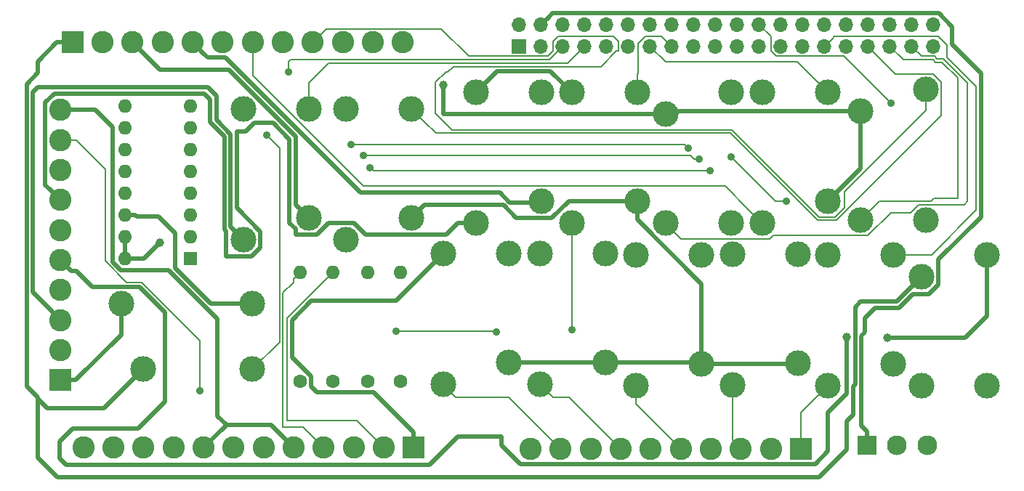
<source format=gtl>
G04 #@! TF.GenerationSoftware,KiCad,Pcbnew,(5.1.5)-3*
G04 #@! TF.CreationDate,2020-02-21T15:06:44+08:00*
G04 #@! TF.ProjectId,Test,54657374-2e6b-4696-9361-645f70636258,rev?*
G04 #@! TF.SameCoordinates,Original*
G04 #@! TF.FileFunction,Copper,L1,Top*
G04 #@! TF.FilePolarity,Positive*
%FSLAX46Y46*%
G04 Gerber Fmt 4.6, Leading zero omitted, Abs format (unit mm)*
G04 Created by KiCad (PCBNEW (5.1.5)-3) date 2020-02-21 15:06:44*
%MOMM*%
%LPD*%
G04 APERTURE LIST*
%ADD10C,2.600000*%
%ADD11R,2.600000X2.600000*%
%ADD12C,3.000000*%
%ADD13R,1.700000X1.700000*%
%ADD14O,1.700000X1.700000*%
%ADD15O,1.600000X1.600000*%
%ADD16R,1.600000X1.600000*%
%ADD17C,1.600000*%
%ADD18C,2.300000*%
%ADD19R,2.300000X2.300000*%
%ADD20C,1.000000*%
%ADD21C,0.900000*%
%ADD22C,0.500000*%
%ADD23C,0.200000*%
G04 APERTURE END LIST*
D10*
X194812000Y-98311000D03*
X191312000Y-98311000D03*
X187812000Y-98311000D03*
X184312000Y-98311000D03*
X180812000Y-98311000D03*
X177312000Y-98311000D03*
X173812000Y-98311000D03*
X170312000Y-98311000D03*
X166812000Y-98311000D03*
X163312000Y-98311000D03*
X159812000Y-98311000D03*
D11*
X156312000Y-98311000D03*
D12*
X262865000Y-123076000D03*
X255245000Y-125616000D03*
X262865000Y-138316000D03*
X255245000Y-138316000D03*
D13*
X208370000Y-98770000D03*
D14*
X208370000Y-96230000D03*
X210910000Y-98770000D03*
X210910000Y-96230000D03*
X213450000Y-98770000D03*
X213450000Y-96230000D03*
X215990000Y-98770000D03*
X215990000Y-96230000D03*
X218530000Y-98770000D03*
X218530000Y-96230000D03*
X221070000Y-98770000D03*
X221070000Y-96230000D03*
X223610000Y-98770000D03*
X223610000Y-96230000D03*
X226150000Y-98770000D03*
X226150000Y-96230000D03*
X228690000Y-98770000D03*
X228690000Y-96230000D03*
X231230000Y-98770000D03*
X231230000Y-96230000D03*
X233770000Y-98770000D03*
X233770000Y-96230000D03*
X236310000Y-98770000D03*
X236310000Y-96230000D03*
X238850000Y-98770000D03*
X238850000Y-96230000D03*
X241390000Y-98770000D03*
X241390000Y-96230000D03*
X243930000Y-98770000D03*
X243930000Y-96230000D03*
X246470000Y-98770000D03*
X246470000Y-96230000D03*
X249010000Y-98770000D03*
X249010000Y-96230000D03*
X251550000Y-98770000D03*
X251550000Y-96230000D03*
X254090000Y-98770000D03*
X254090000Y-96230000D03*
X256630000Y-98770000D03*
X256630000Y-96230000D03*
D15*
X162471500Y-123520500D03*
X170091500Y-105740500D03*
X162471500Y-120980500D03*
X170091500Y-108280500D03*
X162471500Y-118440500D03*
X170091500Y-110820500D03*
X162471500Y-115900500D03*
X170091500Y-113360500D03*
X162471500Y-113360500D03*
X170091500Y-115900500D03*
X162471500Y-110820500D03*
X170091500Y-118440500D03*
X162471500Y-108280500D03*
X170091500Y-120980500D03*
X162471500Y-105740500D03*
D16*
X170091500Y-123520500D03*
D15*
X194539000Y-125108000D03*
D17*
X194539000Y-137808000D03*
D15*
X190729000Y-125108000D03*
D17*
X190729000Y-137808000D03*
D12*
X176251000Y-121298000D03*
X183871000Y-118758000D03*
X176251000Y-106058000D03*
X183871000Y-106058000D03*
X199492000Y-138189000D03*
X207112000Y-135649000D03*
X199492000Y-122949000D03*
X207112000Y-122949000D03*
X221971000Y-138316000D03*
X229591000Y-135776000D03*
X221971000Y-123076000D03*
X229591000Y-123076000D03*
X210795000Y-138189000D03*
X218415000Y-135649000D03*
X210795000Y-122949000D03*
X218415000Y-122949000D03*
X233020000Y-104153000D03*
X225400000Y-106693000D03*
X233020000Y-119393000D03*
X225400000Y-119393000D03*
X255753000Y-103772000D03*
X248133000Y-106312000D03*
X255753000Y-119012000D03*
X248133000Y-119012000D03*
X188189000Y-121298000D03*
X195809000Y-118758000D03*
X188189000Y-106058000D03*
X195809000Y-106058000D03*
X233183000Y-138257000D03*
X240803000Y-135717000D03*
X233183000Y-123017000D03*
X240803000Y-123017000D03*
X244323000Y-138316000D03*
X251943000Y-135776000D03*
X244323000Y-123076000D03*
X251943000Y-123076000D03*
X214478000Y-119393000D03*
X222098000Y-116853000D03*
X214478000Y-104153000D03*
X222098000Y-104153000D03*
X236703000Y-119393000D03*
X244323000Y-116853000D03*
X236703000Y-104153000D03*
X244323000Y-104153000D03*
X203302000Y-119393000D03*
X210922000Y-116853000D03*
X203302000Y-104153000D03*
X210922000Y-104153000D03*
X162027000Y-128791000D03*
X164567000Y-136411000D03*
X177267000Y-128791000D03*
X177267000Y-136411000D03*
D10*
X157593000Y-145555000D03*
X161093000Y-145555000D03*
X164593000Y-145555000D03*
X168093000Y-145555000D03*
X171593000Y-145555000D03*
X175093000Y-145555000D03*
X178593000Y-145555000D03*
X182093000Y-145555000D03*
X185593000Y-145555000D03*
X189093000Y-145555000D03*
X192593000Y-145555000D03*
D11*
X196093000Y-145555000D03*
D10*
X209678000Y-145682000D03*
X213178000Y-145682000D03*
X216678000Y-145682000D03*
X220178000Y-145682000D03*
X223678000Y-145682000D03*
X227178000Y-145682000D03*
X230678000Y-145682000D03*
X234178000Y-145682000D03*
X237678000Y-145682000D03*
D11*
X241178000Y-145682000D03*
D10*
X154915000Y-106181000D03*
X154915000Y-109681000D03*
X154915000Y-113181000D03*
X154915000Y-116681000D03*
X154915000Y-120181000D03*
X154915000Y-123681000D03*
X154915000Y-127181000D03*
X154915000Y-130681000D03*
X154915000Y-134181000D03*
D11*
X154915000Y-137681000D03*
D15*
X186665000Y-125108000D03*
D17*
X186665000Y-137808000D03*
D15*
X182855000Y-125108000D03*
D17*
X182855000Y-137808000D03*
D18*
X255895000Y-145301000D03*
X252395000Y-145301000D03*
D19*
X248895000Y-145301000D03*
D20*
X166472000Y-121679000D03*
D21*
X178918000Y-109106000D03*
X181458000Y-101740000D03*
X228067000Y-110630000D03*
X188755001Y-110180001D03*
X229337000Y-111900000D03*
X190221000Y-111519000D03*
X230607000Y-113297000D03*
X190983000Y-112916000D03*
X251689000Y-105423000D03*
X205715000Y-132093000D03*
X194031000Y-131966000D03*
D20*
X199492000Y-103264000D03*
X246545500Y-132664500D03*
X251244500Y-132728000D03*
D21*
X171171000Y-138951000D03*
X233020000Y-111646000D03*
X239497000Y-116853000D03*
X214478000Y-131839000D03*
D22*
X162471500Y-120980500D02*
X162471500Y-123520500D01*
X162471500Y-123520500D02*
X164630500Y-123520500D01*
X164630500Y-123520500D02*
X166472000Y-121679000D01*
X166472000Y-121679000D02*
X166472000Y-121679000D01*
X212210001Y-94929999D02*
X211759999Y-95380001D01*
X211759999Y-95380001D02*
X210910000Y-96230000D01*
X258801000Y-96476998D02*
X257254001Y-94929999D01*
X258801000Y-98565000D02*
X258801000Y-96476998D01*
X262145010Y-101909010D02*
X258801000Y-98565000D01*
X248198010Y-132535990D02*
X248641000Y-132093000D01*
X248895000Y-143651000D02*
X248198010Y-142954010D01*
X248198010Y-142954010D02*
X248198010Y-132535990D01*
X248895000Y-145301000D02*
X248895000Y-143651000D01*
X248641000Y-132093000D02*
X248641000Y-130442000D01*
X254202963Y-127648000D02*
X256099002Y-127648000D01*
X248641000Y-130442000D02*
X249845990Y-129237010D01*
X262145010Y-118662519D02*
X262145010Y-101909010D01*
X257195001Y-123612528D02*
X262145010Y-118662519D01*
X249845990Y-129237010D02*
X252613953Y-129237010D01*
X252613953Y-129237010D02*
X254202963Y-127648000D01*
X257195001Y-126552001D02*
X257195001Y-123612528D01*
X257254001Y-94929999D02*
X212210001Y-94929999D01*
X256099002Y-127648000D02*
X257195001Y-126552001D01*
X163602870Y-118440500D02*
X163793370Y-118631000D01*
X162471500Y-118440500D02*
X163602870Y-118440500D01*
X163793370Y-118631000D02*
X166345000Y-118631000D01*
X166345000Y-118631000D02*
X168250000Y-120536000D01*
X168250000Y-120536000D02*
X168250000Y-124600000D01*
X172441000Y-128791000D02*
X177267000Y-128791000D01*
X168250000Y-124600000D02*
X172441000Y-128791000D01*
X177267000Y-128791000D02*
X177267000Y-128664000D01*
X214478000Y-104153000D02*
X211995041Y-101670041D01*
X205784959Y-101670041D02*
X203302000Y-104153000D01*
X211995041Y-101670041D02*
X205784959Y-101670041D01*
X196093000Y-143755000D02*
X196093000Y-145555000D01*
X184105001Y-138408001D02*
X184755001Y-139058001D01*
X184105001Y-137207999D02*
X184105001Y-138408001D01*
X199492000Y-122949000D02*
X194031000Y-128410000D01*
X184755001Y-139058001D02*
X191396001Y-139058001D01*
X194031000Y-128410000D02*
X184140830Y-128410000D01*
X181881010Y-130669820D02*
X181881010Y-134984008D01*
X184140830Y-128410000D02*
X181881010Y-130669820D01*
X191396001Y-139058001D02*
X196093000Y-143755000D01*
X181881010Y-134984008D02*
X184105001Y-137207999D01*
D23*
X261595000Y-117869000D02*
X261595000Y-103460302D01*
X251943000Y-123076000D02*
X256388000Y-123076000D01*
X256388000Y-123076000D02*
X261595000Y-117869000D01*
X261595000Y-103460302D02*
X258194849Y-100060151D01*
X244779999Y-97920001D02*
X243930000Y-98770000D01*
X257182001Y-97619999D02*
X245080001Y-97619999D01*
X258194849Y-98632847D02*
X257182001Y-97619999D01*
X245080001Y-97619999D02*
X244779999Y-97920001D01*
X258194849Y-100060151D02*
X258194849Y-98632847D01*
X227200001Y-121193001D02*
X225400000Y-119393000D01*
X237567001Y-121193001D02*
X227200001Y-121193001D01*
X237948001Y-120812001D02*
X237567001Y-121193001D01*
X251661003Y-118147999D02*
X248997001Y-120812001D01*
X255240001Y-99920001D02*
X256727001Y-99920001D01*
X254090000Y-98770000D02*
X255240001Y-99920001D01*
X257780001Y-100211001D02*
X260579000Y-103010000D01*
X260217003Y-117211999D02*
X254888999Y-117211999D01*
X257018001Y-100211001D02*
X257780001Y-100211001D01*
X260579000Y-103010000D02*
X260579000Y-116850002D01*
X248997001Y-120812001D02*
X237948001Y-120812001D01*
X256727001Y-99920001D02*
X257018001Y-100211001D01*
X253952999Y-118147999D02*
X251661003Y-118147999D01*
X260579000Y-116850002D02*
X260217003Y-117211999D01*
X254888999Y-117211999D02*
X253952999Y-118147999D01*
X181458000Y-100597000D02*
X181458000Y-101740000D01*
X181458000Y-101740000D02*
X181458000Y-101740000D01*
X180442000Y-133236000D02*
X177267000Y-136411000D01*
X180442000Y-121171000D02*
X180442000Y-133236000D01*
X181734989Y-100320011D02*
X181458000Y-100597000D01*
X211899989Y-100320011D02*
X181734989Y-100320011D01*
X213450000Y-98770000D02*
X211899989Y-100320011D01*
X180442000Y-121171000D02*
X180442000Y-110630000D01*
X180442000Y-110630000D02*
X178918000Y-109106000D01*
X178918000Y-109106000D02*
X178918000Y-109106000D01*
X181458000Y-101740000D02*
X181458000Y-101740000D01*
X214039979Y-100720021D02*
X200511979Y-100720021D01*
X215990000Y-98770000D02*
X214039979Y-100720021D01*
X186157000Y-100724000D02*
X183871000Y-103010000D01*
X183871000Y-103010000D02*
X183871000Y-106058000D01*
X200511979Y-100720021D02*
X200508000Y-100724000D01*
X200508000Y-100724000D02*
X186157000Y-100724000D01*
X223610000Y-98770000D02*
X225437000Y-100597000D01*
X240767000Y-100597000D02*
X244323000Y-104153000D01*
X225437000Y-100597000D02*
X240767000Y-100597000D01*
X226150000Y-98770000D02*
X226150000Y-98807000D01*
X222098000Y-102031680D02*
X222098000Y-104153000D01*
X222220001Y-101909679D02*
X222098000Y-102031680D01*
X222220001Y-98457997D02*
X222220001Y-101909679D01*
X223057999Y-97619999D02*
X222220001Y-98457997D01*
X224962999Y-97619999D02*
X223057999Y-97619999D01*
X226150000Y-98807000D02*
X224962999Y-97619999D01*
X227617001Y-110180001D02*
X188755001Y-110180001D01*
X228067000Y-110630000D02*
X227617001Y-110180001D01*
X188755001Y-110180001D02*
X188755001Y-110180001D01*
X228700604Y-111900000D02*
X228319604Y-111519000D01*
X229337000Y-111900000D02*
X228700604Y-111900000D01*
X228319604Y-111519000D02*
X190221000Y-111519000D01*
X190221000Y-111519000D02*
X190221000Y-111519000D01*
X230607000Y-113297000D02*
X191364000Y-113297000D01*
X191364000Y-113297000D02*
X190983000Y-112916000D01*
X190983000Y-112916000D02*
X190983000Y-112916000D01*
X238297999Y-99920001D02*
X246186001Y-99920001D01*
X237699999Y-99322001D02*
X238297999Y-99920001D01*
X236310000Y-96230000D02*
X237699999Y-97619999D01*
X237699999Y-97619999D02*
X237699999Y-99322001D01*
X246186001Y-99920001D02*
X251689000Y-105423000D01*
X251689000Y-105423000D02*
X251689000Y-105423000D01*
X205588000Y-131966000D02*
X205715000Y-132093000D01*
X194031000Y-131966000D02*
X205588000Y-131966000D01*
X197308999Y-107557999D02*
X195809000Y-106058000D01*
X243163312Y-119053011D02*
X233003312Y-108893011D01*
X245352690Y-119053011D02*
X243163312Y-119053011D01*
X257553001Y-106852700D02*
X245352690Y-119053011D01*
X257553001Y-102907999D02*
X257553001Y-106852700D01*
X233003312Y-108893011D02*
X198644011Y-108893011D01*
X256617001Y-101971999D02*
X257553001Y-102907999D01*
X252211999Y-101971999D02*
X256617001Y-101971999D01*
X198644011Y-108893011D02*
X197308999Y-107557999D01*
X249010000Y-98770000D02*
X252211999Y-101971999D01*
X256302011Y-116811989D02*
X250333011Y-116811989D01*
X256642000Y-116472000D02*
X256302011Y-116811989D01*
X259436000Y-116472000D02*
X256642000Y-116472000D01*
X250333011Y-116811989D02*
X249933001Y-117211999D01*
X259436000Y-102432698D02*
X259436000Y-116472000D01*
X251550000Y-98770000D02*
X253100011Y-100320011D01*
X249933001Y-117211999D02*
X248133000Y-119012000D01*
X256852312Y-100611011D02*
X257614313Y-100611011D01*
X256561312Y-100320011D02*
X256852312Y-100611011D01*
X253100011Y-100320011D02*
X256561312Y-100320011D01*
X257614313Y-100611011D02*
X259436000Y-102432698D01*
D22*
X182093000Y-145555000D02*
X179426000Y-142888000D01*
X174260000Y-142888000D02*
X171593000Y-145555000D01*
X179426000Y-142888000D02*
X174260000Y-142888000D01*
X154915000Y-106181000D02*
X158975000Y-106181000D01*
X158975000Y-106181000D02*
X161011000Y-108217000D01*
X161011000Y-123910002D02*
X161954998Y-124854000D01*
X161011000Y-108217000D02*
X161011000Y-123910002D01*
X167514038Y-124854000D02*
X173229038Y-130569000D01*
X161954998Y-124854000D02*
X167514038Y-124854000D01*
X173229038Y-141857038D02*
X174260000Y-142888000D01*
X173229038Y-130569000D02*
X173229038Y-141857038D01*
D23*
X182055001Y-126288999D02*
X180842010Y-127501990D01*
X182855000Y-125108000D02*
X182055001Y-125907999D01*
X182055001Y-125907999D02*
X182055001Y-126288999D01*
X180842010Y-127501990D02*
X180842010Y-143161010D01*
X183199010Y-143161010D02*
X185593000Y-145555000D01*
X180842010Y-143161010D02*
X183199010Y-143161010D01*
X186665000Y-125108000D02*
X181331000Y-130442000D01*
X181331000Y-130442000D02*
X181331000Y-142380000D01*
X189418000Y-142380000D02*
X192593000Y-145555000D01*
X181331000Y-142380000D02*
X189418000Y-142380000D01*
D22*
X209233320Y-135649000D02*
X218415000Y-135649000D01*
X207112000Y-135649000D02*
X209233320Y-135649000D01*
X229464000Y-135649000D02*
X229591000Y-135776000D01*
X218415000Y-135649000D02*
X229464000Y-135649000D01*
X240744000Y-135776000D02*
X240803000Y-135717000D01*
X229591000Y-135776000D02*
X240744000Y-135776000D01*
X251884000Y-135717000D02*
X251943000Y-135776000D01*
X248133000Y-113043000D02*
X244323000Y-116853000D01*
X248133000Y-106312000D02*
X248133000Y-113043000D01*
X225781000Y-106312000D02*
X225400000Y-106693000D01*
X248133000Y-106312000D02*
X225781000Y-106312000D01*
X229591000Y-133654680D02*
X229591000Y-135776000D01*
X229591000Y-126467320D02*
X229591000Y-133654680D01*
X222098000Y-118974320D02*
X229591000Y-126467320D01*
X222098000Y-116853000D02*
X222098000Y-118974320D01*
X219976680Y-116853000D02*
X222098000Y-116853000D01*
X214131998Y-116853000D02*
X219976680Y-116853000D01*
X212181997Y-118803001D02*
X214131998Y-116853000D01*
X208072039Y-118803001D02*
X212181997Y-118803001D01*
X197308999Y-117258001D02*
X206527039Y-117258001D01*
X195809000Y-118758000D02*
X197308999Y-117258001D01*
X225400000Y-106693000D02*
X223278680Y-106693000D01*
X223278680Y-106693000D02*
X199492000Y-106693000D01*
X199492000Y-106693000D02*
X199492000Y-103264000D01*
X199492000Y-103264000D02*
X199492000Y-103264000D01*
X208001000Y-118758000D02*
X208072039Y-118803001D01*
X206527039Y-117258001D02*
X208001000Y-118758000D01*
X210922000Y-116980000D02*
X207239000Y-116980000D01*
X210922000Y-116853000D02*
X210922000Y-116980000D01*
X207239000Y-116980000D02*
X206096000Y-115837000D01*
X171611999Y-99610999D02*
X170312000Y-98311000D01*
X172062001Y-100061001D02*
X171611999Y-99610999D01*
X189905965Y-115837000D02*
X174129966Y-100061001D01*
X174129966Y-100061001D02*
X172062001Y-100061001D01*
X206096000Y-115837000D02*
X189905965Y-115837000D01*
X154512000Y-98311000D02*
X156312000Y-98311000D01*
X164567000Y-136411000D02*
X159995000Y-140983000D01*
X159995000Y-140983000D02*
X153391000Y-140983000D01*
X153391000Y-140983000D02*
X152248000Y-139840000D01*
X152248000Y-100575000D02*
X154512000Y-98311000D01*
X183871000Y-118758000D02*
X182371001Y-117258001D01*
X182371001Y-109291999D02*
X174565002Y-101486000D01*
X182371001Y-117258001D02*
X182371001Y-109291999D01*
X166487000Y-101486000D02*
X163312000Y-98311000D01*
X174565002Y-101486000D02*
X166487000Y-101486000D01*
X159995000Y-140983000D02*
X158915500Y-140983000D01*
X152248000Y-146698000D02*
X152248000Y-139840000D01*
X247245510Y-138441490D02*
X247245510Y-141743490D01*
X252324000Y-128537000D02*
X248133000Y-128537000D01*
X247498000Y-138189000D02*
X247245510Y-138441490D01*
X247498000Y-129172000D02*
X247498000Y-138189000D01*
X154534000Y-148984000D02*
X152248000Y-146698000D01*
X255245000Y-125616000D02*
X252324000Y-128537000D01*
X248133000Y-128537000D02*
X247498000Y-129172000D01*
X247245510Y-141743490D02*
X246545500Y-142443500D01*
X246545500Y-142443500D02*
X246545500Y-145745500D01*
X246545500Y-145745500D02*
X243307000Y-148984000D01*
X243307000Y-148984000D02*
X154534000Y-148984000D01*
X152248000Y-101867000D02*
X150970010Y-103144990D01*
X152248000Y-100575000D02*
X152248000Y-101867000D01*
X150970010Y-103144990D02*
X150970010Y-138435010D01*
X152248000Y-139713000D02*
X152248000Y-139840000D01*
X150970010Y-138435010D02*
X152248000Y-139713000D01*
D23*
X218878001Y-144382001D02*
X220178000Y-145682000D01*
X214184999Y-139688999D02*
X218878001Y-144382001D01*
X212294999Y-139688999D02*
X214184999Y-139688999D01*
X210795000Y-138189000D02*
X212294999Y-139688999D01*
D22*
X153164999Y-114930999D02*
X153615001Y-115381001D01*
X153164999Y-105340999D02*
X153164999Y-114930999D01*
X154225998Y-104280000D02*
X153164999Y-105340999D01*
X171679000Y-104280000D02*
X154225998Y-104280000D01*
X172375992Y-104976992D02*
X171679000Y-104280000D01*
X172375992Y-107617954D02*
X172375992Y-104976992D01*
X174050991Y-109292953D02*
X172375992Y-107617954D01*
X182300965Y-120073967D02*
X181585000Y-119358002D01*
X181585000Y-119358002D02*
X181585000Y-109614000D01*
X182300965Y-120708001D02*
X182300965Y-120073967D01*
X175451011Y-108762989D02*
X175451011Y-117612009D01*
X184807001Y-120708001D02*
X182300965Y-120708001D01*
X153615001Y-115381001D02*
X154915000Y-116681000D01*
X174209003Y-123248001D02*
X174209003Y-120245966D01*
X186167003Y-119347999D02*
X184807001Y-120708001D01*
X201180680Y-119393000D02*
X199865679Y-120708001D01*
X178201001Y-122234001D02*
X177187001Y-123248001D01*
X181585000Y-109614000D02*
X179680000Y-107709000D01*
X175451011Y-117612009D02*
X178201001Y-120361999D01*
X199865679Y-120708001D02*
X190485003Y-120708001D01*
X174209003Y-120245966D02*
X174050991Y-120087954D01*
X190485003Y-120708001D02*
X189125001Y-119347999D01*
X189125001Y-119347999D02*
X186167003Y-119347999D01*
X175500952Y-108713048D02*
X175451011Y-108762989D01*
X203302000Y-119393000D02*
X201180680Y-119393000D01*
X179680000Y-107709000D02*
X177486002Y-107709000D01*
X177486002Y-107709000D02*
X176481954Y-108713048D01*
X176481954Y-108713048D02*
X175500952Y-108713048D01*
X178201001Y-120361999D02*
X178201001Y-122234001D01*
X177187001Y-123248001D02*
X174209003Y-123248001D01*
X174050991Y-120087954D02*
X174050991Y-109292953D01*
X156214999Y-124980999D02*
X156756499Y-124980999D01*
X154915000Y-123681000D02*
X156214999Y-124980999D01*
X158616499Y-126840999D02*
X164140999Y-126840999D01*
X156756499Y-124980999D02*
X158616499Y-126840999D01*
X164140999Y-126840999D02*
X167107000Y-129807000D01*
X167107000Y-129807000D02*
X167107000Y-140221000D01*
X167107000Y-140221000D02*
X163995500Y-143332500D01*
X163995500Y-143332500D02*
X156375500Y-143332500D01*
X156375500Y-143332500D02*
X154851500Y-144856500D01*
X154851500Y-144856500D02*
X154851500Y-146825000D01*
X154851500Y-146825000D02*
X155550000Y-147523500D01*
X155550000Y-147523500D02*
X197904500Y-147523500D01*
X197904500Y-147523500D02*
X201206500Y-144221500D01*
X201206500Y-144221500D02*
X206286500Y-144221500D01*
X206286500Y-144221500D02*
X206286500Y-145237500D01*
X206286500Y-145237500D02*
X208481001Y-147432001D01*
X242838001Y-147432001D02*
X244323000Y-145947002D01*
X208481001Y-147432001D02*
X242838001Y-147432001D01*
X244323000Y-145947002D02*
X244323000Y-141491000D01*
X244323000Y-141491000D02*
X246545500Y-139268500D01*
X246545500Y-139268500D02*
X246545500Y-132664500D01*
X246545500Y-132664500D02*
X246545500Y-132664500D01*
X251244500Y-132728000D02*
X251244500Y-132728000D01*
X262865000Y-130188000D02*
X262865000Y-123076000D01*
X251244500Y-132728000D02*
X260325000Y-132728000D01*
X260325000Y-132728000D02*
X262865000Y-130188000D01*
X151670020Y-127436020D02*
X153615001Y-129381001D01*
X153615001Y-129381001D02*
X154915000Y-130681000D01*
X151670020Y-104095980D02*
X151670020Y-127436020D01*
X172060000Y-103518000D02*
X152248000Y-103518000D01*
X174751001Y-119798001D02*
X174751001Y-109003001D01*
X173076000Y-107328000D02*
X173076000Y-104534000D01*
X176251000Y-121298000D02*
X174751001Y-119798001D01*
X174751001Y-109003001D02*
X173076000Y-107328000D01*
X173076000Y-104534000D02*
X172060000Y-103518000D01*
X152248000Y-103518000D02*
X151670020Y-104095980D01*
X162027000Y-132369000D02*
X162027000Y-130912320D01*
X156715000Y-137681000D02*
X162027000Y-132369000D01*
X162027000Y-130912320D02*
X162027000Y-128791000D01*
X154915000Y-137681000D02*
X156715000Y-137681000D01*
D23*
X156753477Y-109681000D02*
X160122000Y-113049523D01*
X154915000Y-109681000D02*
X156753477Y-109681000D01*
X162614157Y-126290989D02*
X164368820Y-126290989D01*
X164368820Y-126290989D02*
X171171000Y-133093169D01*
X160122000Y-113049523D02*
X160122000Y-123798832D01*
X160122000Y-123798832D02*
X162614157Y-126290989D01*
X171171000Y-133093169D02*
X171171000Y-138951000D01*
X171171000Y-138951000D02*
X171171000Y-138951000D01*
X238227000Y-116853000D02*
X233020000Y-111646000D01*
X239497000Y-116853000D02*
X238227000Y-116853000D01*
X200514170Y-108493001D02*
X198691999Y-106670830D01*
X255753000Y-105893320D02*
X255753000Y-103772000D01*
X246228000Y-115725830D02*
X255753000Y-106200830D01*
X200514170Y-108493001D02*
X233169001Y-108493001D01*
X233169001Y-108493001D02*
X243329001Y-118653001D01*
X255753000Y-106200830D02*
X255753000Y-105893320D01*
X243329001Y-118653001D02*
X245187001Y-118653001D01*
X245187001Y-118653001D02*
X246228000Y-117612002D01*
X246228000Y-117612002D02*
X246228000Y-115725830D01*
X199828008Y-101743990D02*
X198603000Y-102968998D01*
X200053709Y-101743990D02*
X199828008Y-101743990D01*
X200677668Y-101120031D02*
X200053709Y-101743990D01*
X198603000Y-106581831D02*
X200514170Y-108493001D01*
X217881971Y-101120031D02*
X200677668Y-101120031D01*
X202498001Y-99920001D02*
X211701999Y-99920001D01*
X199288999Y-96710999D02*
X202498001Y-99920001D01*
X212299999Y-98217999D02*
X212897999Y-97619999D01*
X185912001Y-96710999D02*
X199288999Y-96710999D01*
X219680001Y-99322001D02*
X217881971Y-101120031D01*
X211701999Y-99920001D02*
X212299999Y-99322001D01*
X219919999Y-99322001D02*
X219680001Y-99322001D01*
X184312000Y-98311000D02*
X185912001Y-96710999D01*
X212299999Y-99322001D02*
X212299999Y-98217999D01*
X212897999Y-97619999D02*
X219321999Y-97619999D01*
X198603000Y-102968998D02*
X198603000Y-106581831D01*
X219321999Y-97619999D02*
X219919999Y-98217999D01*
X219919999Y-98217999D02*
X219919999Y-99322001D01*
X235203001Y-117893001D02*
X236703000Y-119393000D01*
X190201997Y-115052999D02*
X232362999Y-115052999D01*
X232362999Y-115052999D02*
X235203001Y-117893001D01*
X177312000Y-102163002D02*
X190201997Y-115052999D01*
X177312000Y-98311000D02*
X177312000Y-102163002D01*
X207184999Y-139688999D02*
X211878001Y-144382001D01*
X200991999Y-139688999D02*
X207184999Y-139688999D01*
X211878001Y-144382001D02*
X213178000Y-145682000D01*
X199492000Y-138189000D02*
X200991999Y-139688999D01*
X221971000Y-140475000D02*
X227178000Y-145682000D01*
X221971000Y-138316000D02*
X221971000Y-140475000D01*
X233183000Y-144687000D02*
X234178000Y-145682000D01*
X233183000Y-138257000D02*
X233183000Y-144687000D01*
X241178000Y-141461000D02*
X244323000Y-138316000D01*
X241178000Y-145682000D02*
X241178000Y-141461000D01*
X214478000Y-119393000D02*
X214478000Y-121514320D01*
X214478000Y-121514320D02*
X214478000Y-126886000D01*
X214478000Y-126886000D02*
X214478000Y-131839000D01*
X214478000Y-131839000D02*
X214478000Y-131839000D01*
M02*

</source>
